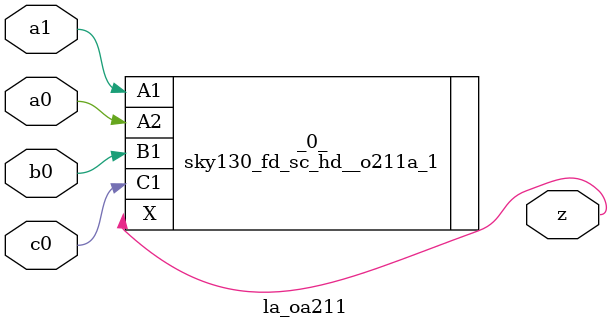
<source format=v>

/* Generated by Yosys 0.44 (git sha1 80ba43d26, g++ 11.4.0-1ubuntu1~22.04 -fPIC -O3) */

(* top =  1  *)
(* src = "generated" *)
(* keep_hierarchy *)
module la_oa211 (
    a0,
    a1,
    b0,
    c0,
    z
);
  (* src = "generated" *)
  input a0;
  wire a0;
  (* src = "generated" *)
  input a1;
  wire a1;
  (* src = "generated" *)
  input b0;
  wire b0;
  (* src = "generated" *)
  input c0;
  wire c0;
  (* src = "generated" *)
  output z;
  wire z;
  sky130_fd_sc_hd__o211a_1 _0_ (
      .A1(a1),
      .A2(a0),
      .B1(b0),
      .C1(c0),
      .X (z)
  );
endmodule

</source>
